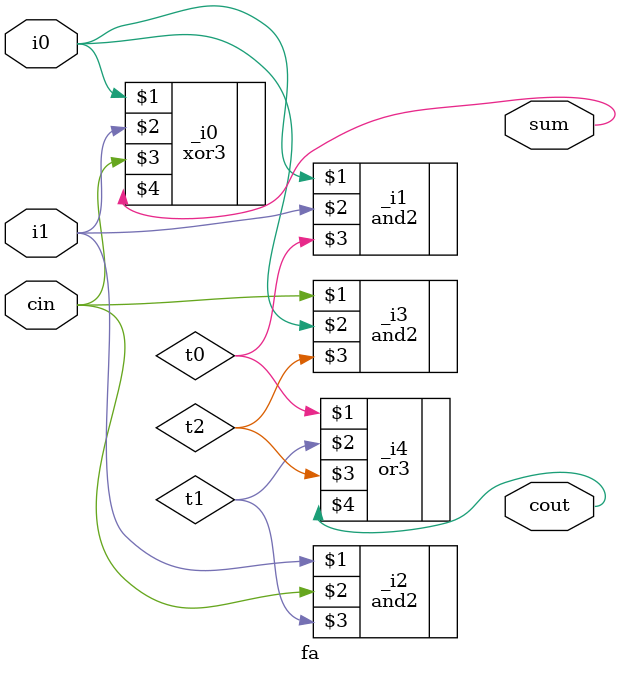
<source format=v>
module fa (input wire i0, i1, cin, output wire sum, cout); 
wire t0, t1, t2; 
xor3 _i0 (i0,i1,cin,sum);  
and2 _i1 (i0,i1,t0);   
and2 _i2 (i1,cin,t1); 
and2 _i3 (cin,i0,t2);  
or3 _i4 (t0,t1,t2,cout);
endmodule

</source>
